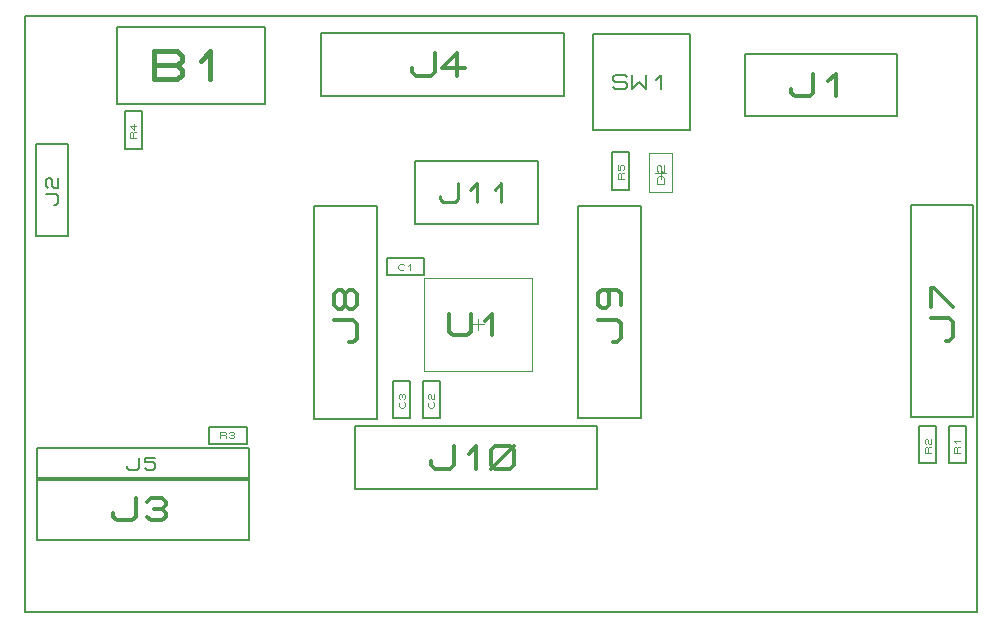
<source format=gbr>
G04 PROTEUS RS274X GERBER FILE*
%FSLAX45Y45*%
%MOMM*%
G01*
%ADD70C,0.203200*%
%ADD30C,0.050000*%
%ADD31C,0.305000*%
%ADD32C,0.316990*%
%ADD33C,0.164590*%
%ADD34C,0.085340*%
%ADD35C,0.393190*%
%ADD36C,0.205080*%
%ADD37C,0.111660*%
%ADD38C,0.259080*%
D70*
X-3830000Y-2435820D02*
X+4230920Y-2435820D01*
X+4230920Y+2610960D01*
X-3830000Y+2610960D01*
X-3830000Y-2435820D01*
D30*
X-450000Y-397500D02*
X+460000Y-397500D01*
X+460000Y+392500D01*
X-450000Y+392500D01*
X-450000Y-397500D01*
X+5000Y+47500D02*
X+5000Y-52500D01*
X+55000Y-2500D02*
X-45000Y-2500D01*
D31*
X-239000Y+89000D02*
X-239000Y-63500D01*
X-208500Y-94000D01*
X-86500Y-94000D01*
X-56000Y-63500D01*
X-56000Y+89000D01*
X+66000Y+28000D02*
X+127000Y+89000D01*
X+127000Y-94000D01*
D70*
X+2262840Y+1758840D02*
X+3553160Y+1758840D01*
X+3553160Y+2287160D01*
X+2262840Y+2287160D01*
X+2262840Y+1758840D01*
D32*
X+2654407Y+1991300D02*
X+2654407Y+1959601D01*
X+2686106Y+1927902D01*
X+2812902Y+1927902D01*
X+2844601Y+1959601D01*
X+2844601Y+2118097D01*
X+2971398Y+2054699D02*
X+3034796Y+2118097D01*
X+3034796Y+1927902D01*
D70*
X-3730280Y-1831160D02*
X-1931960Y-1831160D01*
X-1931960Y-1302840D01*
X-3730280Y-1302840D01*
X-3730280Y-1831160D01*
D32*
X-3084713Y-1598700D02*
X-3084713Y-1630399D01*
X-3053014Y-1662098D01*
X-2926218Y-1662098D01*
X-2894519Y-1630399D01*
X-2894519Y-1471903D01*
X-2799421Y-1503602D02*
X-2767722Y-1471903D01*
X-2672625Y-1471903D01*
X-2640926Y-1503602D01*
X-2640926Y-1535301D01*
X-2672625Y-1567000D01*
X-2640926Y-1598700D01*
X-2640926Y-1630399D01*
X-2672625Y-1662098D01*
X-2767722Y-1662098D01*
X-2799421Y-1630399D01*
X-2736023Y-1567000D02*
X-2672625Y-1567000D01*
D70*
X-3730280Y-1323540D02*
X-1931960Y-1323540D01*
X-1931960Y-1049220D01*
X-3730280Y-1049220D01*
X-3730280Y-1323540D01*
D33*
X-2962793Y-1202840D02*
X-2962793Y-1219299D01*
X-2946334Y-1235758D01*
X-2880498Y-1235758D01*
X-2864039Y-1219299D01*
X-2864039Y-1137003D01*
X-2732366Y-1137003D02*
X-2814661Y-1137003D01*
X-2814661Y-1169921D01*
X-2748825Y-1169921D01*
X-2732366Y-1186380D01*
X-2732366Y-1219299D01*
X-2748825Y-1235758D01*
X-2798202Y-1235758D01*
X-2814661Y-1219299D01*
D70*
X-2270100Y-1013280D02*
X-1955140Y-1013280D01*
X-1955140Y-871040D01*
X-2270100Y-871040D01*
X-2270100Y-1013280D01*
D34*
X-2180895Y-967764D02*
X-2180895Y-916557D01*
X-2138224Y-916557D01*
X-2129689Y-925092D01*
X-2129689Y-933626D01*
X-2138224Y-942160D01*
X-2180895Y-942160D01*
X-2138224Y-942160D02*
X-2129689Y-950695D01*
X-2129689Y-967764D01*
X-2104086Y-925092D02*
X-2095552Y-916557D01*
X-2069949Y-916557D01*
X-2061414Y-925092D01*
X-2061414Y-933626D01*
X-2069949Y-942160D01*
X-2061414Y-950695D01*
X-2061414Y-959229D01*
X-2069949Y-967764D01*
X-2095552Y-967764D01*
X-2104086Y-959229D01*
X-2087017Y-942160D02*
X-2069949Y-942160D01*
D70*
X-3737160Y+746840D02*
X-3462840Y+746840D01*
X-3462840Y+1529160D01*
X-3737160Y+1529160D01*
X-3737160Y+746840D01*
D33*
X-3583540Y+1006327D02*
X-3567081Y+1006327D01*
X-3550622Y+1022786D01*
X-3550622Y+1088622D01*
X-3567081Y+1105081D01*
X-3649377Y+1105081D01*
X-3632918Y+1154459D02*
X-3649377Y+1170918D01*
X-3649377Y+1220295D01*
X-3632918Y+1236754D01*
X-3616459Y+1236754D01*
X-3600000Y+1220295D01*
X-3600000Y+1170918D01*
X-3583540Y+1154459D01*
X-3550622Y+1154459D01*
X-3550622Y+1236754D01*
D70*
X+3667760Y-787200D02*
X+4196080Y-787200D01*
X+4196080Y+1011120D01*
X+3667760Y+1011120D01*
X+3667760Y-787200D01*
D32*
X+3963620Y-141633D02*
X+3995319Y-141633D01*
X+4027018Y-109934D01*
X+4027018Y+16862D01*
X+3995319Y+48561D01*
X+3836823Y+48561D01*
X+3836823Y+143659D02*
X+3836823Y+302154D01*
X+3868522Y+302154D01*
X+4027018Y+143659D01*
D70*
X+3990340Y-1179480D02*
X+4132580Y-1179480D01*
X+4132580Y-864520D01*
X+3990340Y-864520D01*
X+3990340Y-1179480D01*
D34*
X+4087064Y-1090275D02*
X+4035857Y-1090275D01*
X+4035857Y-1047604D01*
X+4044392Y-1039069D01*
X+4052926Y-1039069D01*
X+4061460Y-1047604D01*
X+4061460Y-1090275D01*
X+4061460Y-1047604D02*
X+4069995Y-1039069D01*
X+4087064Y-1039069D01*
X+4052926Y-1004932D02*
X+4035857Y-987863D01*
X+4087064Y-987863D01*
D70*
X+3740340Y-1179480D02*
X+3882580Y-1179480D01*
X+3882580Y-864520D01*
X+3740340Y-864520D01*
X+3740340Y-1179480D01*
D34*
X+3837064Y-1090275D02*
X+3785857Y-1090275D01*
X+3785857Y-1047604D01*
X+3794392Y-1039069D01*
X+3802926Y-1039069D01*
X+3811460Y-1047604D01*
X+3811460Y-1090275D01*
X+3811460Y-1047604D02*
X+3819995Y-1039069D01*
X+3837064Y-1039069D01*
X+3794392Y-1013466D02*
X+3785857Y-1004932D01*
X+3785857Y-979329D01*
X+3794392Y-970794D01*
X+3802926Y-970794D01*
X+3811460Y-979329D01*
X+3811460Y-1004932D01*
X+3819995Y-1013466D01*
X+3837064Y-1013466D01*
X+3837064Y-970794D01*
D70*
X-3049380Y+1862840D02*
X-1794620Y+1862840D01*
X-1794620Y+2518160D01*
X-3049380Y+2518160D01*
X-3049380Y+1862840D01*
D35*
X-2736553Y+2072542D02*
X-2736553Y+2308457D01*
X-2539958Y+2308457D01*
X-2500639Y+2269138D01*
X-2500639Y+2229819D01*
X-2539958Y+2190500D01*
X-2500639Y+2151180D01*
X-2500639Y+2111861D01*
X-2539958Y+2072542D01*
X-2736553Y+2072542D01*
X-2736553Y+2190500D02*
X-2539958Y+2190500D01*
X-2343362Y+2229819D02*
X-2264724Y+2308457D01*
X-2264724Y+2072542D01*
D70*
X-764160Y+416340D02*
X-449200Y+416340D01*
X-449200Y+558580D01*
X-764160Y+558580D01*
X-764160Y+416340D01*
D34*
X-623749Y+470391D02*
X-632284Y+461856D01*
X-657887Y+461856D01*
X-674955Y+478925D01*
X-674955Y+495994D01*
X-657887Y+513063D01*
X-632284Y+513063D01*
X-623749Y+504528D01*
X-589612Y+495994D02*
X-572543Y+513063D01*
X-572543Y+461856D01*
D70*
X-2983660Y+1485840D02*
X-2841420Y+1485840D01*
X-2841420Y+1800800D01*
X-2983660Y+1800800D01*
X-2983660Y+1485840D01*
D34*
X-2886936Y+1575045D02*
X-2938143Y+1575045D01*
X-2938143Y+1617716D01*
X-2929608Y+1626251D01*
X-2921074Y+1626251D01*
X-2912540Y+1617716D01*
X-2912540Y+1575045D01*
X-2912540Y+1617716D02*
X-2904005Y+1626251D01*
X-2886936Y+1626251D01*
X-2904005Y+1694526D02*
X-2904005Y+1643320D01*
X-2938143Y+1677457D01*
X-2886936Y+1677457D01*
D70*
X+979840Y+1639840D02*
X+1800160Y+1639840D01*
X+1800160Y+2460160D01*
X+979840Y+2460160D01*
X+979840Y+1639840D01*
D36*
X+1143904Y+2008984D02*
X+1164412Y+1988476D01*
X+1246444Y+1988476D01*
X+1266952Y+2008984D01*
X+1266952Y+2029492D01*
X+1246444Y+2050000D01*
X+1164412Y+2050000D01*
X+1143904Y+2070508D01*
X+1143904Y+2091016D01*
X+1164412Y+2111524D01*
X+1246444Y+2111524D01*
X+1266952Y+2091016D01*
X+1307968Y+2111524D02*
X+1307968Y+1988476D01*
X+1369492Y+2050000D01*
X+1431016Y+1988476D01*
X+1431016Y+2111524D01*
X+1513048Y+2070508D02*
X+1554064Y+2111524D01*
X+1554064Y+1988476D01*
D30*
X+1455000Y+1445000D02*
X+1455000Y+1115000D01*
X+1645000Y+1115000D01*
X+1645000Y+1445000D01*
X+1455000Y+1445000D01*
X+1600000Y+1280000D02*
X+1500000Y+1280000D01*
X+1550000Y+1230000D02*
X+1550000Y+1330000D01*
D37*
X+1583500Y+1190668D02*
X+1516501Y+1190668D01*
X+1516501Y+1235334D01*
X+1538834Y+1257667D01*
X+1561167Y+1257667D01*
X+1583500Y+1235334D01*
X+1583500Y+1190668D01*
X+1527667Y+1291166D02*
X+1516501Y+1302333D01*
X+1516501Y+1335832D01*
X+1527667Y+1346999D01*
X+1538834Y+1346999D01*
X+1550000Y+1335832D01*
X+1550000Y+1302333D01*
X+1561167Y+1291166D01*
X+1583500Y+1291166D01*
X+1583500Y+1346999D01*
D70*
X+1141420Y+1139200D02*
X+1283660Y+1139200D01*
X+1283660Y+1454160D01*
X+1141420Y+1454160D01*
X+1141420Y+1139200D01*
D34*
X+1238144Y+1228405D02*
X+1186937Y+1228405D01*
X+1186937Y+1271076D01*
X+1195472Y+1279611D01*
X+1204006Y+1279611D01*
X+1212540Y+1271076D01*
X+1212540Y+1228405D01*
X+1212540Y+1271076D02*
X+1221075Y+1279611D01*
X+1238144Y+1279611D01*
X+1186937Y+1347886D02*
X+1186937Y+1305214D01*
X+1204006Y+1305214D01*
X+1204006Y+1339351D01*
X+1212540Y+1347886D01*
X+1229609Y+1347886D01*
X+1238144Y+1339351D01*
X+1238144Y+1313748D01*
X+1229609Y+1305214D01*
D70*
X-1323360Y+1932840D02*
X+728960Y+1932840D01*
X+728960Y+2461160D01*
X-1323360Y+2461160D01*
X-1323360Y+1932840D01*
D32*
X-550793Y+2165300D02*
X-550793Y+2133601D01*
X-519094Y+2101902D01*
X-392298Y+2101902D01*
X-360599Y+2133601D01*
X-360599Y+2292097D01*
X-107006Y+2165300D02*
X-297200Y+2165300D01*
X-170404Y+2292097D01*
X-170404Y+2101902D01*
D70*
X-1381760Y-800100D02*
X-853440Y-800100D01*
X-853440Y+998220D01*
X-1381760Y+998220D01*
X-1381760Y-800100D01*
D32*
X-1085900Y-154533D02*
X-1054201Y-154533D01*
X-1022502Y-122834D01*
X-1022502Y+3962D01*
X-1054201Y+35661D01*
X-1212697Y+35661D01*
X-1117600Y+162458D02*
X-1149299Y+130759D01*
X-1180998Y+130759D01*
X-1212697Y+162458D01*
X-1212697Y+257555D01*
X-1180998Y+289254D01*
X-1149299Y+289254D01*
X-1117600Y+257555D01*
X-1117600Y+162458D01*
X-1085900Y+130759D01*
X-1054201Y+130759D01*
X-1022502Y+162458D01*
X-1022502Y+257555D01*
X-1054201Y+289254D01*
X-1085900Y+289254D01*
X-1117600Y+257555D01*
D70*
X+853440Y-797560D02*
X+1381760Y-797560D01*
X+1381760Y+1000760D01*
X+853440Y+1000760D01*
X+853440Y-797560D01*
D32*
X+1149300Y-151993D02*
X+1180999Y-151993D01*
X+1212698Y-120294D01*
X+1212698Y+6502D01*
X+1180999Y+38201D01*
X+1022503Y+38201D01*
X+1085901Y+291794D02*
X+1117600Y+260095D01*
X+1117600Y+164998D01*
X+1085901Y+133299D01*
X+1054202Y+133299D01*
X+1022503Y+164998D01*
X+1022503Y+260095D01*
X+1054202Y+291794D01*
X+1180999Y+291794D01*
X+1212698Y+260095D01*
X+1212698Y+164998D01*
D70*
X-525160Y+848840D02*
X+511160Y+848840D01*
X+511160Y+1377160D01*
X-525160Y+1377160D01*
X-525160Y+848840D01*
D38*
X-317896Y+1087092D02*
X-317896Y+1061184D01*
X-291988Y+1035276D01*
X-188356Y+1035276D01*
X-162448Y+1061184D01*
X-162448Y+1190724D01*
X-58816Y+1138908D02*
X-7000Y+1190724D01*
X-7000Y+1035276D01*
X+148448Y+1138908D02*
X+200264Y+1190724D01*
X+200264Y+1035276D01*
D70*
X-1036320Y-1391920D02*
X+1016000Y-1391920D01*
X+1016000Y-863600D01*
X-1036320Y-863600D01*
X-1036320Y-1391920D01*
D32*
X-390549Y-1159460D02*
X-390549Y-1191159D01*
X-358850Y-1222858D01*
X-232054Y-1222858D01*
X-200355Y-1191159D01*
X-200355Y-1032663D01*
X-73558Y-1096061D02*
X-10160Y-1032663D01*
X-10160Y-1222858D01*
X+116637Y-1191159D02*
X+116637Y-1064362D01*
X+148336Y-1032663D01*
X+275132Y-1032663D01*
X+306831Y-1064362D01*
X+306831Y-1191159D01*
X+275132Y-1222858D01*
X+148336Y-1222858D01*
X+116637Y-1191159D01*
X+116637Y-1222858D02*
X+306831Y-1032663D01*
D70*
X-462280Y-797560D02*
X-320040Y-797560D01*
X-320040Y-482600D01*
X-462280Y-482600D01*
X-462280Y-797560D01*
D34*
X-374091Y-657149D02*
X-365556Y-665684D01*
X-365556Y-691287D01*
X-382625Y-708355D01*
X-399694Y-708355D01*
X-416763Y-691287D01*
X-416763Y-665684D01*
X-408228Y-657149D01*
X-408228Y-631546D02*
X-416763Y-623012D01*
X-416763Y-597409D01*
X-408228Y-588874D01*
X-399694Y-588874D01*
X-391160Y-597409D01*
X-391160Y-623012D01*
X-382625Y-631546D01*
X-365556Y-631546D01*
X-365556Y-588874D01*
D70*
X-713740Y-797560D02*
X-571500Y-797560D01*
X-571500Y-482600D01*
X-713740Y-482600D01*
X-713740Y-797560D01*
D34*
X-625551Y-657149D02*
X-617016Y-665684D01*
X-617016Y-691287D01*
X-634085Y-708355D01*
X-651154Y-708355D01*
X-668223Y-691287D01*
X-668223Y-665684D01*
X-659688Y-657149D01*
X-659688Y-631546D02*
X-668223Y-623012D01*
X-668223Y-597409D01*
X-659688Y-588874D01*
X-651154Y-588874D01*
X-642620Y-597409D01*
X-634085Y-588874D01*
X-625551Y-588874D01*
X-617016Y-597409D01*
X-617016Y-623012D01*
X-625551Y-631546D01*
X-642620Y-614477D02*
X-642620Y-597409D01*
M02*

</source>
